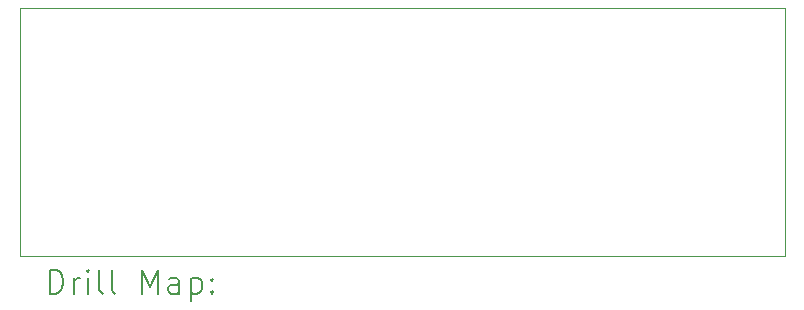
<source format=gbr>
%TF.GenerationSoftware,KiCad,Pcbnew,7.0.9*%
%TF.CreationDate,2023-12-13T20:57:05-06:00*%
%TF.ProjectId,12V to 5V converter,31325620-746f-4203-9556-20636f6e7665,1.0*%
%TF.SameCoordinates,Original*%
%TF.FileFunction,Drillmap*%
%TF.FilePolarity,Positive*%
%FSLAX45Y45*%
G04 Gerber Fmt 4.5, Leading zero omitted, Abs format (unit mm)*
G04 Created by KiCad (PCBNEW 7.0.9) date 2023-12-13 20:57:05*
%MOMM*%
%LPD*%
G01*
G04 APERTURE LIST*
%ADD10C,0.100000*%
%ADD11C,0.200000*%
G04 APERTURE END LIST*
D10*
X10025000Y-10350000D02*
X10025000Y-8250000D01*
X10025000Y-8250000D02*
X16500000Y-8250000D01*
X16500000Y-8250000D02*
X16500000Y-10350000D01*
X16500000Y-10350000D02*
X10025000Y-10350000D01*
D11*
X10280777Y-10666484D02*
X10280777Y-10466484D01*
X10280777Y-10466484D02*
X10328396Y-10466484D01*
X10328396Y-10466484D02*
X10356967Y-10476008D01*
X10356967Y-10476008D02*
X10376015Y-10495055D01*
X10376015Y-10495055D02*
X10385539Y-10514103D01*
X10385539Y-10514103D02*
X10395063Y-10552198D01*
X10395063Y-10552198D02*
X10395063Y-10580770D01*
X10395063Y-10580770D02*
X10385539Y-10618865D01*
X10385539Y-10618865D02*
X10376015Y-10637912D01*
X10376015Y-10637912D02*
X10356967Y-10656960D01*
X10356967Y-10656960D02*
X10328396Y-10666484D01*
X10328396Y-10666484D02*
X10280777Y-10666484D01*
X10480777Y-10666484D02*
X10480777Y-10533150D01*
X10480777Y-10571246D02*
X10490301Y-10552198D01*
X10490301Y-10552198D02*
X10499824Y-10542674D01*
X10499824Y-10542674D02*
X10518872Y-10533150D01*
X10518872Y-10533150D02*
X10537920Y-10533150D01*
X10604586Y-10666484D02*
X10604586Y-10533150D01*
X10604586Y-10466484D02*
X10595063Y-10476008D01*
X10595063Y-10476008D02*
X10604586Y-10485531D01*
X10604586Y-10485531D02*
X10614110Y-10476008D01*
X10614110Y-10476008D02*
X10604586Y-10466484D01*
X10604586Y-10466484D02*
X10604586Y-10485531D01*
X10728396Y-10666484D02*
X10709348Y-10656960D01*
X10709348Y-10656960D02*
X10699824Y-10637912D01*
X10699824Y-10637912D02*
X10699824Y-10466484D01*
X10833158Y-10666484D02*
X10814110Y-10656960D01*
X10814110Y-10656960D02*
X10804586Y-10637912D01*
X10804586Y-10637912D02*
X10804586Y-10466484D01*
X11061729Y-10666484D02*
X11061729Y-10466484D01*
X11061729Y-10466484D02*
X11128396Y-10609341D01*
X11128396Y-10609341D02*
X11195062Y-10466484D01*
X11195062Y-10466484D02*
X11195062Y-10666484D01*
X11376015Y-10666484D02*
X11376015Y-10561722D01*
X11376015Y-10561722D02*
X11366491Y-10542674D01*
X11366491Y-10542674D02*
X11347443Y-10533150D01*
X11347443Y-10533150D02*
X11309348Y-10533150D01*
X11309348Y-10533150D02*
X11290301Y-10542674D01*
X11376015Y-10656960D02*
X11356967Y-10666484D01*
X11356967Y-10666484D02*
X11309348Y-10666484D01*
X11309348Y-10666484D02*
X11290301Y-10656960D01*
X11290301Y-10656960D02*
X11280777Y-10637912D01*
X11280777Y-10637912D02*
X11280777Y-10618865D01*
X11280777Y-10618865D02*
X11290301Y-10599817D01*
X11290301Y-10599817D02*
X11309348Y-10590293D01*
X11309348Y-10590293D02*
X11356967Y-10590293D01*
X11356967Y-10590293D02*
X11376015Y-10580770D01*
X11471253Y-10533150D02*
X11471253Y-10733150D01*
X11471253Y-10542674D02*
X11490301Y-10533150D01*
X11490301Y-10533150D02*
X11528396Y-10533150D01*
X11528396Y-10533150D02*
X11547443Y-10542674D01*
X11547443Y-10542674D02*
X11556967Y-10552198D01*
X11556967Y-10552198D02*
X11566491Y-10571246D01*
X11566491Y-10571246D02*
X11566491Y-10628389D01*
X11566491Y-10628389D02*
X11556967Y-10647436D01*
X11556967Y-10647436D02*
X11547443Y-10656960D01*
X11547443Y-10656960D02*
X11528396Y-10666484D01*
X11528396Y-10666484D02*
X11490301Y-10666484D01*
X11490301Y-10666484D02*
X11471253Y-10656960D01*
X11652205Y-10647436D02*
X11661729Y-10656960D01*
X11661729Y-10656960D02*
X11652205Y-10666484D01*
X11652205Y-10666484D02*
X11642682Y-10656960D01*
X11642682Y-10656960D02*
X11652205Y-10647436D01*
X11652205Y-10647436D02*
X11652205Y-10666484D01*
X11652205Y-10542674D02*
X11661729Y-10552198D01*
X11661729Y-10552198D02*
X11652205Y-10561722D01*
X11652205Y-10561722D02*
X11642682Y-10552198D01*
X11642682Y-10552198D02*
X11652205Y-10542674D01*
X11652205Y-10542674D02*
X11652205Y-10561722D01*
M02*

</source>
